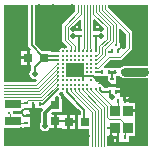
<source format=gtl>
G04*
G04 #@! TF.GenerationSoftware,Altium Limited,Altium Designer,19.0.10 (269)*
G04*
G04 Layer_Physical_Order=1*
G04 Layer_Color=255*
%FSLAX24Y24*%
%MOIN*%
G70*
G01*
G75*
%ADD10C,0.0079*%
%ADD12C,0.0049*%
%ADD13R,0.0335X0.0374*%
%ADD14R,0.0106X0.0118*%
%ADD15R,0.0551X0.0295*%
%ADD16C,0.0079*%
%ADD17R,0.0118X0.0106*%
%ADD18R,0.0295X0.0315*%
%ADD19R,0.0315X0.0295*%
%ADD27C,0.0118*%
%ADD28C,0.0090*%
%ADD29C,0.0080*%
%ADD30C,0.0300*%
%ADD31R,0.0315X0.0300*%
%ADD32R,0.0630X0.0492*%
%ADD33R,0.0079X0.0177*%
%ADD34C,0.0197*%
%ADD35C,0.0098*%
%ADD36C,0.0169*%
G36*
X142Y1667D02*
Y1484D01*
X140D01*
Y1352D01*
X90D01*
Y1302D01*
X-89D01*
X-98Y1297D01*
X-105Y1298D01*
X-128Y1300D01*
X-147Y1298D01*
X-153Y1300D01*
X-193Y1331D01*
X-197Y1339D01*
Y1394D01*
X-93Y1497D01*
X-48Y1471D01*
Y1402D01*
X40D01*
Y1484D01*
X-35D01*
X-62Y1529D01*
X96Y1686D01*
X142Y1667D01*
D02*
G37*
G36*
X752Y1529D02*
X725Y1484D01*
X650D01*
Y1402D01*
X738D01*
Y1471D01*
X783Y1497D01*
X886Y1395D01*
Y1339D01*
X882Y1331D01*
X842Y1300D01*
X836Y1298D01*
X817Y1300D01*
X794Y1298D01*
X788Y1297D01*
X779Y1302D01*
X600D01*
Y1352D01*
X550D01*
Y1484D01*
X547D01*
Y1668D01*
X593Y1687D01*
X752Y1529D01*
D02*
G37*
G36*
X-54Y1968D02*
X-472Y1551D01*
X-482Y1538D01*
X-491Y1524D01*
X-497Y1509D01*
X-501Y1493D01*
X-502Y1477D01*
Y1010D01*
X-501Y994D01*
X-497Y978D01*
X-491Y963D01*
X-482Y949D01*
X-472Y937D01*
X-322Y787D01*
X-341Y742D01*
X-344Y739D01*
X-363Y737D01*
X-381Y733D01*
X-398Y726D01*
X-413Y716D01*
X-428Y726D01*
X-446Y733D01*
X-464Y737D01*
X-482Y739D01*
X-501Y737D01*
X-519Y733D01*
X-536Y726D01*
X-551Y716D01*
X-566Y726D01*
X-570Y727D01*
Y699D01*
X-578Y690D01*
X-588Y674D01*
X-592Y665D01*
X-580Y653D01*
Y620D01*
X-599Y601D01*
X-787Y601D01*
X-787Y601D01*
X-866D01*
Y650D01*
X-1161D01*
X-1392Y880D01*
Y2165D01*
X-1343Y2184D01*
X-54D01*
Y1968D01*
D02*
G37*
G36*
X1638Y1198D02*
Y786D01*
X1561Y708D01*
X1514Y728D01*
Y776D01*
X1477D01*
X1471Y779D01*
X1449Y803D01*
X1437Y826D01*
X1437Y837D01*
X1436Y857D01*
X1431Y876D01*
X1423Y895D01*
X1413Y912D01*
X1413Y912D01*
Y1359D01*
X1459Y1378D01*
X1638Y1198D01*
D02*
G37*
G36*
X2361Y131D02*
X2234D01*
X2234Y131D01*
X1588D01*
X1562Y129D01*
X1536Y124D01*
X1511Y116D01*
X1488Y104D01*
X1466Y90D01*
X1453Y78D01*
X1407Y69D01*
X1407Y69D01*
X1144D01*
Y69D01*
X921D01*
X902Y115D01*
X1116Y329D01*
X1432D01*
X1448Y331D01*
X1464Y334D01*
X1479Y341D01*
X1493Y349D01*
X1505Y360D01*
X1815Y670D01*
X1826Y682D01*
X1834Y696D01*
X1841Y711D01*
X1845Y727D01*
X1846Y743D01*
Y1241D01*
X1845Y1258D01*
X1841Y1273D01*
X1834Y1288D01*
X1826Y1302D01*
X1815Y1315D01*
X1039Y2091D01*
Y2184D01*
X2361D01*
Y131D01*
D02*
G37*
G36*
X-1628Y2165D02*
Y831D01*
X-1627Y813D01*
X-1623Y795D01*
X-1616Y778D01*
X-1606Y762D01*
X-1594Y748D01*
X-1542Y696D01*
X-1561Y650D01*
X-1574D01*
Y463D01*
X-1528D01*
Y363D01*
X-1574D01*
Y177D01*
X-1555D01*
X-1549Y173D01*
X-1543Y169D01*
X-1540Y164D01*
X-1522Y127D01*
X-1524Y117D01*
X-1525Y99D01*
Y5D01*
X-1533Y-1D01*
X-1548Y-19D01*
X-1561Y-38D01*
X-1571Y-59D01*
X-1578Y-81D01*
X-1583Y-104D01*
X-1585Y-127D01*
X-1583Y-150D01*
X-1578Y-173D01*
X-1571Y-195D01*
X-1561Y-216D01*
X-1548Y-235D01*
X-1533Y-252D01*
X-1515Y-268D01*
X-1496Y-281D01*
X-1475Y-291D01*
X-1453Y-298D01*
X-1430Y-303D01*
X-1407Y-304D01*
X-1384Y-303D01*
X-1374Y-301D01*
X-1349Y-342D01*
X-1348Y-345D01*
X-1399Y-396D01*
X-2420D01*
X-2420Y-396D01*
Y2184D01*
X-1677D01*
X-1628Y2165D01*
D02*
G37*
G36*
X1407Y-207D02*
Y-207D01*
X1407Y-207D01*
X1453Y-216D01*
X1466Y-227D01*
X1488Y-242D01*
X1511Y-253D01*
X1536Y-262D01*
X1562Y-267D01*
X1588Y-268D01*
X2234D01*
X2234Y-268D01*
X2361D01*
Y-2519D01*
X1014D01*
Y-2187D01*
X1234D01*
Y-2196D01*
X1366D01*
Y-2246D01*
X1416D01*
Y-2384D01*
X1722D01*
Y-2187D01*
X1950D01*
Y-1666D01*
X1950Y-1655D01*
X1950D01*
Y-1616D01*
X1950D01*
Y-1400D01*
X1704D01*
Y-1300D01*
X1950D01*
Y-1084D01*
X1722D01*
Y-1075D01*
X1590D01*
Y-1025D01*
X1540D01*
Y-887D01*
X1483D01*
X1445Y-859D01*
Y-771D01*
X1313D01*
Y-671D01*
X1445D01*
Y-584D01*
X1310D01*
Y-561D01*
X1035D01*
Y-584D01*
X957D01*
Y-603D01*
X891D01*
X888Y-600D01*
X887Y-580D01*
X882Y-560D01*
X874Y-542D01*
X864Y-525D01*
X851Y-509D01*
X835Y-496D01*
X818Y-486D01*
X800Y-478D01*
X780Y-473D01*
X760Y-472D01*
X740Y-473D01*
X720Y-478D01*
X698Y-433D01*
X704Y-428D01*
X716Y-414D01*
X726Y-398D01*
X727Y-394D01*
X620D01*
Y-344D01*
X590Y-314D01*
X590Y-207D01*
X716Y-207D01*
X716Y-207D01*
X1035D01*
Y-461D01*
X1310D01*
Y-207D01*
X1407D01*
X1407Y-207D01*
D02*
G37*
G36*
X-1846Y-1469D02*
X-2096D01*
X-2131Y-1430D01*
X-2133Y-1410D01*
X-2135Y-1401D01*
X-2119Y-1371D01*
X-2101Y-1351D01*
X-1846D01*
Y-1469D01*
D02*
G37*
G36*
X-536Y-726D02*
X-519Y-733D01*
X-501Y-737D01*
X-482Y-739D01*
X-462Y-753D01*
X-461Y-757D01*
X-461Y-757D01*
X-458Y-771D01*
X-451Y-788D01*
X-441Y-804D01*
X-429Y-818D01*
X-428Y-819D01*
X-428Y-819D01*
X33Y-1281D01*
X42Y-1296D01*
X55Y-1311D01*
X71Y-1324D01*
X85Y-1333D01*
X124Y-1371D01*
Y-1494D01*
X29D01*
Y-1966D01*
X413D01*
Y-2519D01*
X-2420D01*
Y-1922D01*
X-1778D01*
Y-1881D01*
X-1571D01*
Y-1656D01*
Y-1575D01*
X-1709D01*
Y-1475D01*
X-1571D01*
Y-1268D01*
X-1503D01*
Y-1130D01*
X-1403D01*
Y-1268D01*
X-1159D01*
X-1138Y-1318D01*
X-1168Y-1347D01*
X-1182Y-1364D01*
X-1193Y-1382D01*
X-1201Y-1402D01*
X-1207Y-1424D01*
X-1208Y-1445D01*
Y-1739D01*
X-1211Y-1742D01*
X-1224Y-1762D01*
X-1234Y-1782D01*
X-1242Y-1804D01*
X-1246Y-1827D01*
X-1248Y-1850D01*
X-1246Y-1874D01*
X-1242Y-1896D01*
X-1234Y-1918D01*
X-1224Y-1939D01*
X-1211Y-1958D01*
X-1196Y-1976D01*
X-1178Y-1991D01*
X-1159Y-2004D01*
X-1138Y-2014D01*
X-1116Y-2022D01*
X-1093Y-2026D01*
X-1070Y-2028D01*
X-1047Y-2026D01*
X-1024Y-2022D01*
X-1002Y-2014D01*
X-981Y-2004D01*
X-962Y-1991D01*
X-944Y-1976D01*
X-929Y-1958D01*
X-916Y-1939D01*
X-915Y-1937D01*
X-777D01*
Y-1710D01*
Y-1484D01*
X-845D01*
X-863Y-1440D01*
X-835Y-1405D01*
X-491D01*
Y-953D01*
X-531D01*
Y-931D01*
X-533Y-909D01*
X-538Y-888D01*
X-546Y-868D01*
X-557Y-850D01*
X-572Y-833D01*
X-584Y-822D01*
X-588Y-816D01*
X-595Y-768D01*
X-592Y-760D01*
X-550Y-717D01*
X-536Y-726D01*
D02*
G37*
%LPC*%
G36*
X-1674Y650D02*
X-1850D01*
Y463D01*
X-1674D01*
Y650D01*
D02*
G37*
G36*
Y363D02*
X-1850D01*
Y177D01*
X-1674D01*
Y363D01*
D02*
G37*
G36*
X1722Y-887D02*
X1640D01*
Y-975D01*
X1722D01*
Y-887D01*
D02*
G37*
G36*
X1316Y-2296D02*
X1234D01*
Y-2384D01*
X1316D01*
Y-2296D01*
D02*
G37*
G36*
X-49Y-1494D02*
X-226D01*
Y-1680D01*
X-49D01*
Y-1494D01*
D02*
G37*
G36*
Y-1780D02*
X-226D01*
Y-1966D01*
X-49D01*
Y-1780D01*
D02*
G37*
G36*
X-491Y-1484D02*
X-677D01*
Y-1710D01*
Y-1937D01*
X-502D01*
Y-1966D01*
X-326D01*
Y-1730D01*
Y-1494D01*
X-491D01*
Y-1484D01*
D02*
G37*
%LPD*%
D10*
X1035Y-1921D02*
X1252Y-1921D01*
X1366Y-2226D02*
Y-2035D01*
X1252Y-1921D02*
X1366Y-2035D01*
X1084Y-2246D02*
X1133Y-2196D01*
X1133Y-2039D02*
X1133Y-2196D01*
X1133Y-2039D02*
X1252Y-1921D01*
X1590Y-1045D02*
X1783D01*
X1783Y-1045D01*
X760Y-656D02*
X825Y-721D01*
X1089D01*
Y-823D02*
Y-721D01*
Y-823D02*
X1171Y-905D01*
X700Y1520D02*
X817Y1403D01*
X1053Y610D02*
X1132D01*
X1369Y658D02*
X1526Y815D01*
X1132Y610D02*
X1151Y629D01*
X-727Y-1710D02*
X-295D01*
X-1161Y482D02*
X-1024D01*
X-1092Y413D02*
Y413D01*
X-1092Y414D02*
X-1092Y413D01*
X-1161Y482D02*
X-1092Y414D01*
X-1024Y344D02*
X-620D01*
X-1510Y831D02*
Y2165D01*
X-1093Y413D02*
X-1092Y413D01*
X-1024Y344D01*
X-1407Y-127D02*
Y99D01*
X-1195Y516D02*
X-1161Y482D01*
X-1093Y413D01*
X-1024Y482D02*
X-620D01*
X-1510Y831D02*
X-1161Y482D01*
X-1092Y414D02*
X-1092D01*
X-1161Y482D02*
X-1161D01*
X-1407Y99D02*
X-1093Y413D01*
X-1092Y414D01*
X-1024Y482D01*
X-1092Y414D02*
Y414D01*
X-344Y-736D02*
X242Y-1322D01*
Y-1730D02*
Y-1322D01*
X-1130Y-1130D02*
X-620Y-620D01*
X-1228Y-1130D02*
X-1130D01*
X-1868Y-1411D02*
Y-1410D01*
Y-1411D02*
X-1755Y-1525D01*
X-1709D01*
Y-1306D02*
X-1459D01*
X-1868Y-1410D02*
X-1764Y-1306D01*
X-1709D01*
X-1459D02*
X-1453Y-1313D01*
Y-1130D01*
X518Y-208D02*
X539D01*
X-345Y-735D02*
X-344Y-736D01*
Y-620D01*
X-345Y-735D02*
Y-620D01*
X539Y-208D02*
X620Y-289D01*
Y-344D02*
Y-289D01*
Y-69D02*
X845D01*
X760Y-600D02*
X760Y-656D01*
X1132Y-511D02*
X1173D01*
X924Y-303D02*
X1132Y-511D01*
X207Y-207D02*
X517D01*
X518Y-208D01*
X811Y1128D02*
X817Y1122D01*
X600Y1128D02*
X811D01*
X600D02*
X620Y1108D01*
Y620D02*
Y1108D01*
X69Y620D02*
Y1108D01*
X89Y1128D01*
X-122D02*
X89D01*
X-128Y1122D02*
X-122Y1128D01*
X-127Y1366D02*
X76D01*
X90Y1352D01*
X614Y1366D02*
X817D01*
X600Y1352D02*
X614Y1366D01*
X-127D02*
Y1403D01*
X-10Y1520D01*
D12*
X1252Y-1350D02*
X1366Y-1236D01*
Y-1045D01*
X1074Y-1635D02*
X1425D01*
X1590Y-1801D01*
X1010Y-1571D02*
X1074Y-1635D01*
X482Y-678D02*
X1010Y-1206D01*
X1590Y-2226D02*
Y-1801D01*
X1252Y-1350D02*
Y-1308D01*
X620Y-676D02*
X1252Y-1308D01*
X1010Y-1571D02*
Y-1206D01*
X910Y-2520D02*
Y-1244D01*
X344Y-679D02*
X910Y-1244D01*
X812Y-2520D02*
Y-1285D01*
X207Y-680D02*
X812Y-1285D01*
X713Y-2520D02*
Y-1326D01*
X69Y-682D02*
X713Y-1326D01*
X615Y-2520D02*
Y-1367D01*
X-69Y-683D02*
X615Y-1367D01*
X516Y-2520D02*
Y-1407D01*
X-207Y-684D02*
X516Y-1407D01*
X837Y2008D02*
X1309Y1535D01*
Y837D02*
Y1535D01*
X709Y69D02*
X1073Y433D01*
X1432D01*
X1742Y743D01*
X620Y69D02*
X709D01*
X1742Y743D02*
Y1241D01*
X935Y2048D02*
X1742Y1241D01*
X837Y2008D02*
Y2185D01*
X935Y2048D02*
Y2185D01*
X-1152Y-992D02*
X-642Y-482D01*
X-1619Y-992D02*
X-1152D01*
X-1193Y-894D02*
X-644Y-344D01*
X-2420Y-894D02*
X-1193D01*
X-1234Y-795D02*
X-645Y-207D01*
X-2420Y-795D02*
X-1234D01*
X-1275Y-697D02*
X-647Y-69D01*
X-2420Y-697D02*
X-1275D01*
X-1315Y-598D02*
X-648Y69D01*
X-2420Y-598D02*
X-1315D01*
X-1356Y-500D02*
X-649Y207D01*
X-2420Y-500D02*
X-1356D01*
X344Y-679D02*
Y-620D01*
X482Y-678D02*
Y-620D01*
X620Y-676D02*
Y-620D01*
X-1709Y-1082D02*
X-1619Y-992D01*
X-2230Y-1098D02*
X-2230Y-1125D01*
X-207Y-684D02*
Y-620D01*
X-69Y-683D02*
Y-620D01*
X69D02*
X69Y-682D01*
X207Y-680D02*
Y-620D01*
X482Y620D02*
Y688D01*
X443Y727D02*
X482Y688D01*
X207Y620D02*
Y697D01*
X-642Y-482D02*
X-620D01*
X-644Y-344D02*
X-620D01*
X-645Y-207D02*
X-620D01*
X-647Y-69D02*
X-620D01*
X-648Y69D02*
X-620D01*
X-649Y207D02*
X-620D01*
X-2260Y-1430D02*
X-2234Y-1456D01*
X344Y620D02*
Y2185D01*
X-69Y620D02*
Y819D01*
X-300Y1051D02*
X-69Y819D01*
X-300Y1051D02*
Y1436D01*
X-207Y620D02*
Y818D01*
X-399Y1010D02*
X-207Y818D01*
X-399Y1010D02*
Y1477D01*
X620Y482D02*
X642D01*
X620Y344D02*
X644D01*
X207Y697D02*
X246Y736D01*
Y2185D01*
X443Y727D02*
Y2185D01*
X541Y1885D02*
Y2185D01*
X640Y1926D02*
Y2185D01*
X-300Y1436D02*
X148Y1884D01*
Y2185D01*
X49Y1925D02*
Y2185D01*
X-399Y1477D02*
X49Y1925D01*
X-2230Y-1125D02*
X-2132D01*
X-2234Y-1593D02*
Y-1456D01*
Y-1593D02*
X-2142Y-1686D01*
X-2132Y-1696D02*
X-2079Y-1749D01*
X-1709D01*
X-2132Y-1125D02*
X-2089Y-1082D01*
X-1709D01*
X645Y207D02*
X930Y492D01*
Y713D02*
X1186Y969D01*
X733Y795D02*
X989Y1051D01*
X832Y754D02*
X1088Y1010D01*
X620Y207D02*
X645D01*
X541Y1885D02*
X989Y1437D01*
Y1051D02*
Y1437D01*
X640Y1926D02*
X1088Y1478D01*
Y1010D02*
Y1478D01*
X738Y1967D02*
Y2185D01*
Y1967D02*
X1186Y1519D01*
Y969D02*
Y1519D01*
X642Y482D02*
X733Y573D01*
Y795D01*
X644Y344D02*
X832Y532D01*
Y754D01*
X930Y492D02*
Y713D01*
D13*
X1704Y-1350D02*
D03*
X1252D02*
D03*
Y-1921D02*
D03*
X1704D02*
D03*
D14*
X1590Y-2246D02*
D03*
X1366D02*
D03*
X1366Y-1025D02*
D03*
X1590D02*
D03*
X1089Y-721D02*
D03*
X1313D02*
D03*
X1275Y-69D02*
D03*
X1500D02*
D03*
X845Y-69D02*
D03*
X1070D02*
D03*
X1383Y639D02*
D03*
X1158D02*
D03*
X-1453Y-1130D02*
D03*
X-1228D02*
D03*
D15*
X-2132Y-1696D02*
D03*
Y-1125D02*
D03*
D16*
X-620Y620D02*
D03*
X620Y-344D02*
D03*
X482D02*
D03*
X620Y-620D02*
D03*
X-482Y620D02*
D03*
X-344D02*
D03*
X-207D02*
D03*
X-69D02*
D03*
X69D02*
D03*
X207D02*
D03*
X344D02*
D03*
X482D02*
D03*
X620D02*
D03*
X-620Y482D02*
D03*
X-482D02*
D03*
X-344D02*
D03*
X-207D02*
D03*
X-69D02*
D03*
X69D02*
D03*
X207D02*
D03*
X344D02*
D03*
X482D02*
D03*
X620D02*
D03*
X-620Y344D02*
D03*
X-482D02*
D03*
X-344D02*
D03*
X-207D02*
D03*
X-69D02*
D03*
X69D02*
D03*
X207D02*
D03*
X482D02*
D03*
X620D02*
D03*
X-620Y207D02*
D03*
X-482D02*
D03*
X-344D02*
D03*
X-207D02*
D03*
X-69D02*
D03*
X69D02*
D03*
X207D02*
D03*
X344D02*
D03*
X482D02*
D03*
X620D02*
D03*
X-620Y69D02*
D03*
X-482D02*
D03*
X-344D02*
D03*
X-207D02*
D03*
X-69D02*
D03*
X69D02*
D03*
X207D02*
D03*
X344D02*
D03*
X482D02*
D03*
X620D02*
D03*
X-620Y-69D02*
D03*
X-482D02*
D03*
X-344D02*
D03*
X-207D02*
D03*
X-69D02*
D03*
X69D02*
D03*
X207D02*
D03*
X344D02*
D03*
X482D02*
D03*
X620D02*
D03*
X-620Y-207D02*
D03*
X-482D02*
D03*
X-344D02*
D03*
X-207D02*
D03*
X-69D02*
D03*
X69D02*
D03*
X207D02*
D03*
X344D02*
D03*
X-620Y-344D02*
D03*
X-482D02*
D03*
X-344D02*
D03*
X-207D02*
D03*
X-69D02*
D03*
X69D02*
D03*
X207D02*
D03*
X-620Y-482D02*
D03*
X-482D02*
D03*
X-344D02*
D03*
X-207D02*
D03*
X-69D02*
D03*
X69D02*
D03*
X207D02*
D03*
X344D02*
D03*
X-620Y-620D02*
D03*
X-482D02*
D03*
X-344D02*
D03*
X-207D02*
D03*
X-69D02*
D03*
X69D02*
D03*
X207D02*
D03*
X344D02*
D03*
X482D02*
D03*
D17*
X-1709Y-1306D02*
D03*
Y-1082D02*
D03*
Y-1525D02*
D03*
Y-1749D02*
D03*
X600Y1352D02*
D03*
Y1128D02*
D03*
X90Y1352D02*
D03*
Y1128D02*
D03*
X1173Y-287D02*
D03*
Y-511D02*
D03*
D18*
X-276Y-1730D02*
D03*
X256D02*
D03*
X-1093Y413D02*
D03*
X-1624D02*
D03*
D19*
X-727Y-1179D02*
D03*
Y-1710D02*
D03*
D27*
X-1070Y-1850D02*
Y-1445D01*
X-804Y-1179D01*
X-727D01*
X-669Y-1121D01*
Y-931D01*
D28*
X1072Y-69D02*
X1178D01*
X1275D01*
X1280D01*
D29*
X1173Y-74D02*
X1178Y-69D01*
X1173Y-287D02*
Y-74D01*
D30*
X1588Y-69D02*
X2234D01*
D31*
X2227Y-69D02*
D03*
D32*
X-69Y0D02*
D03*
D33*
X207Y-256D02*
D03*
D34*
X1144Y-2246D02*
D03*
X1813Y-966D02*
D03*
X1526Y-758D02*
D03*
X1171Y-905D02*
D03*
X1969Y837D02*
D03*
X1526Y815D02*
D03*
X1526Y1161D02*
D03*
X2244Y2077D02*
D03*
X1201Y2077D02*
D03*
X-1199Y929D02*
D03*
X-2303Y-287D02*
D03*
X-1939Y413D02*
D03*
X-620Y1378D02*
D03*
X-157Y2087D02*
D03*
X-1407Y-127D02*
D03*
X-1070Y-1850D02*
D03*
X-728Y-2047D02*
D03*
X-420Y-2421D02*
D03*
X-360Y-1130D02*
D03*
X-374Y-1374D02*
D03*
X-1490Y-1350D02*
D03*
X1821Y-389D02*
D03*
X2244Y249D02*
D03*
Y-389D02*
D03*
X1821Y249D02*
D03*
X1148Y190D02*
D03*
X924Y-303D02*
D03*
X1440Y-380D02*
D03*
X817Y1122D02*
D03*
X-128D02*
D03*
X-127Y1366D02*
D03*
X817D02*
D03*
X-1870Y-2006D02*
D03*
X-1250Y2087D02*
D03*
X-807D02*
D03*
X2244Y1299D02*
D03*
X-1921Y2047D02*
D03*
X-1810Y1290D02*
D03*
X-2303Y1368D02*
D03*
Y2047D02*
D03*
X-1190Y-2350D02*
D03*
X-2303Y-2402D02*
D03*
X2264Y-1171D02*
D03*
Y-2421D02*
D03*
X320Y-2190D02*
D03*
D35*
X1035Y-1921D02*
D03*
X1053Y610D02*
D03*
X1309Y837D02*
D03*
X-669Y-931D02*
D03*
X146Y-1220D02*
D03*
X-2000Y-1410D02*
D03*
X-620Y620D02*
D03*
X760Y-600D02*
D03*
X482Y-346D02*
D03*
X344Y-482D02*
D03*
X-482D02*
D03*
X-344D02*
D03*
X-207D02*
D03*
X-69D02*
D03*
X69D02*
D03*
X207D02*
D03*
X482Y-69D02*
D03*
Y69D02*
D03*
Y207D02*
D03*
Y344D02*
D03*
Y482D02*
D03*
X344D02*
D03*
X207D02*
D03*
X69D02*
D03*
X-69D02*
D03*
X-207D02*
D03*
X-482Y207D02*
D03*
Y-69D02*
D03*
Y-207D02*
D03*
Y-344D02*
D03*
X-344Y344D02*
D03*
X-69D02*
D03*
X69D02*
D03*
X207D02*
D03*
X344Y69D02*
D03*
Y207D02*
D03*
X-344Y-344D02*
D03*
X-207D02*
D03*
X69D02*
D03*
X-482Y69D02*
D03*
X-207Y344D02*
D03*
X344Y-69D02*
D03*
X-2260Y-1430D02*
D03*
X-482Y482D02*
D03*
X-69Y-344D02*
D03*
D36*
X67Y-72D02*
D03*
X-263Y-50D02*
D03*
M02*

</source>
